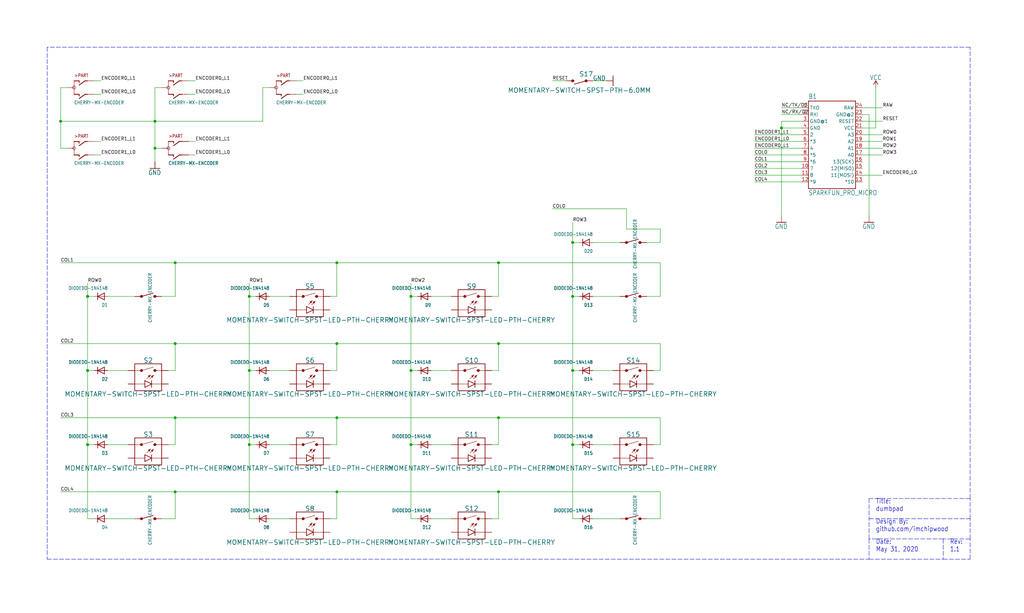
<source format=kicad_sch>
(kicad_sch (version 20210621) (generator eeschema)
  (paper "User" 386.08 231.14)
  (lib_symbols
    (symbol "dumbpad-eagle-import:CHERRY-MX-ENCODER"
      (property "Value" "CHERRY-MX-ENCODER" (at 6.35 0 90))
      (symbol "CHERRY-MX-ENCODER_1_0"
        (circle (center -2.54 0) (radius 0.127) (stroke (width 0.4064)))
        (circle (center 2.54 0) (radius 0.127) (stroke (width 0.4064)))
        (polyline (pts (xy -2.54 0) (xy 1.905 1.27)) (stroke (width 0.254)))
        (polyline (pts (xy 1.905 0) (xy 2.54 0)) (stroke (width 0.254)))
        (pin passive line (at -5.08 0 0) (length 2.54) (name "1") (number "D"))
        (pin passive line (at 5.08 0 180) (length 2.54) (name "2") (number "E"))
        (pin passive line (at -5.08 0 0) (length 2.54) (name "1") (number "S1"))
        (pin passive line (at 5.08 0 180) (length 2.54) (name "2") (number "S2"))
      )
      (symbol "CHERRY-MX-ENCODER_2_0"
        (circle (center 0 0) (radius 0.5679))
        (text ">PART" (at -3.81 0 900) (effects (font (size 1.27 1.0795)) (justify left bottom)))
        (polyline (pts (xy -2.54 0) (xy 2.54 0)) (stroke (width 0.1524)))
        (polyline (pts (xy -2.54 1.905) (xy -2.54 0)) (stroke (width 0.3048)))
        (polyline (pts (xy -2.54 4.1275) (xy -0.9525 1.905)) (stroke (width 0.3048)))
        (polyline (pts (xy -2.54 5.08) (xy -2.54 4.1275)) (stroke (width 0.3048)))
        (polyline (pts (xy -1.905 1.905) (xy -2.54 1.905)) (stroke (width 0.3048)))
        (polyline (pts (xy 2.54 1.905) (xy 2.54 0)) (stroke (width 0.3048)))
        (polyline (pts (xy 2.54 4.1275) (xy 4.1275 1.905)) (stroke (width 0.3048)))
        (polyline (pts (xy 2.54 5.08) (xy 2.54 4.1275)) (stroke (width 0.3048)))
        (polyline (pts (xy 3.175 1.905) (xy 2.54 1.905)) (stroke (width 0.3048)))
        (pin passive line (at -2.54 7.62 270) (length 2.54) (name "A") (number "A"))
        (pin passive line (at 2.54 7.62 270) (length 2.54) (name "B") (number "B"))
        (pin passive line (at 0 -2.54 90) (length 2.54) (name "C") (number "C"))
      )
    )
    (symbol "dumbpad-eagle-import:DIODEDO-1N4148"
      (property "Reference" "D" (at -2.54 2.54 0))
      (property "Value" "DIODEDO-1N4148" (at -2.54 -3.81 0))
      (symbol "DIODEDO-1N4148_1_0"
        (polyline (pts (xy -1.27 -1.27) (xy 1.27 0)) (stroke (width 0.254)))
        (polyline (pts (xy -1.27 1.27) (xy -1.27 -1.27)) (stroke (width 0.254)))
        (polyline (pts (xy 1.27 0) (xy -1.27 1.27)) (stroke (width 0.254)))
        (polyline (pts (xy 1.27 0) (xy 1.27 -1.27)) (stroke (width 0.254)))
        (polyline (pts (xy 1.27 1.27) (xy 1.27 0)) (stroke (width 0.254)))
        (pin passive line (at -2.54 0 0) (length 2.54) (name "A") (number "A"))
        (pin passive line (at 2.54 0 180) (length 2.54) (name "C") (number "C"))
      )
    )
    (symbol "dumbpad-eagle-import:GND" (power)
      (property "Value" "GND" (at -2.54 -2.54 0))
      (symbol "GND_1_0"
        (polyline (pts (xy -1.905 0) (xy 1.905 0)) (stroke (width 0.254)))
        (pin power_in line (at 0 2.54 270) (length 2.54) (name "GND") (number "1"))
      )
    )
    (symbol "dumbpad-eagle-import:MOMENTARY-SWITCH-SPST-LED-PTH-CHERRY"
      (property "Reference" "S" (at 0 5.334 0))
      (property "Value" "MOMENTARY-SWITCH-SPST-LED-PTH-CHERRY" (at 0 -5.334 0))
      (symbol "MOMENTARY-SWITCH-SPST-LED-PTH-CHERRY_1_0"
        (circle (center -2.54 2.54) (radius 0.127) (stroke (width 0.4064)))
        (circle (center 2.54 2.54) (radius 0.127) (stroke (width 0.4064)))
        (polyline (pts (xy -5.08 -5.08) (xy 5.08 -5.08)) (stroke (width 0.254)))
        (polyline (pts (xy -5.08 -2.54) (xy -5.08 -5.08)) (stroke (width 0.254)))
        (polyline (pts (xy -5.08 -2.54) (xy -1.27 -2.54)) (stroke (width 0.1524)))
        (polyline (pts (xy -5.08 2.54) (xy -5.08 -2.54)) (stroke (width 0.254)))
        (polyline (pts (xy -5.08 2.54) (xy -2.54 2.54)) (stroke (width 0.1524)))
        (polyline (pts (xy -5.08 5.08) (xy -5.08 2.54)) (stroke (width 0.254)))
        (polyline (pts (xy -2.54 2.54) (xy 1.905 3.81)) (stroke (width 0.1524)))
        (polyline (pts (xy -1.27 -3.81) (xy -1.27 -2.54)) (stroke (width 0.254)))
        (polyline (pts (xy -1.27 -3.81) (xy 1.27 -2.54)) (stroke (width 0.254)))
        (polyline (pts (xy -1.27 -2.54) (xy -1.27 -1.27)) (stroke (width 0.254)))
        (polyline (pts (xy -0.508 -0.508) (xy 0.889 0.889)) (stroke (width 0.1524)))
        (polyline (pts (xy 0.635 -0.635) (xy 2.032 0.762)) (stroke (width 0.1524)))
        (polyline (pts (xy 1.27 -3.81) (xy 1.27 -2.54)) (stroke (width 0.254)))
        (polyline (pts (xy 1.27 -2.54) (xy -1.27 -1.27)) (stroke (width 0.254)))
        (polyline (pts (xy 1.27 -2.54) (xy 1.27 -1.27)) (stroke (width 0.254)))
        (polyline (pts (xy 1.27 -2.54) (xy 5.08 -2.54)) (stroke (width 0.1524)))
        (polyline (pts (xy 1.905 2.54) (xy 5.08 2.54)) (stroke (width 0.1524)))
        (polyline (pts (xy 5.08 -5.08) (xy 5.08 -2.54)) (stroke (width 0.254)))
        (polyline (pts (xy 5.08 -2.54) (xy 5.08 2.54)) (stroke (width 0.254)))
        (polyline (pts (xy 5.08 2.54) (xy 5.08 5.08)) (stroke (width 0.254)))
        (polyline (pts (xy 5.08 5.08) (xy -5.08 5.08)) (stroke (width 0.254)))
        (polyline (pts (xy 0.889 0.889) (xy 0 0.508) (xy 0.508 0)) (fill (type outline)))
        (polyline (pts (xy 2.032 0.762) (xy 1.143 0.381) (xy 1.651 -0.127)) (fill (type outline)))
        (pin passive line (at -7.62 -2.54 0) (length 2.54) (name "A") (number "A"))
        (pin passive line (at 7.62 -2.54 180) (length 2.54) (name "C") (number "K"))
        (pin passive line (at -7.62 2.54 0) (length 2.54) (name "1") (number "S1"))
        (pin passive line (at 7.62 2.54 180) (length 2.54) (name "2") (number "S2"))
      )
    )
    (symbol "dumbpad-eagle-import:MOMENTARY-SWITCH-SPST-PTH-6.0MM"
      (property "Reference" "S" (at 0 1.524 0))
      (property "Value" "MOMENTARY-SWITCH-SPST-PTH-6.0MM" (at 0 -0.508 0))
      (symbol "MOMENTARY-SWITCH-SPST-PTH-6.0MM_1_0"
        (circle (center -2.54 0) (radius 0.127) (stroke (width 0.4064)))
        (circle (center 2.54 0) (radius 0.127) (stroke (width 0.4064)))
        (polyline (pts (xy -2.54 0) (xy 1.905 1.27)) (stroke (width 0.254)))
        (polyline (pts (xy 1.905 0) (xy 2.54 0)) (stroke (width 0.254)))
        (pin passive line (at -5.08 0 0) (length 2.54) (name "1") (number "1"))
        (pin passive line (at 5.08 0 180) (length 2.54) (name "2") (number "3"))
      )
    )
    (symbol "dumbpad-eagle-import:SPARKFUN_PRO_MICRO"
      (property "Reference" "B" (at -7.62 18.542 0))
      (property "Value" "SPARKFUN_PRO_MICRO" (at -7.62 -17.78 0))
      (symbol "SPARKFUN_PRO_MICRO_1_0"
        (polyline (pts (xy -7.62 -15.24) (xy 10.16 -15.24)) (stroke (width 0.254)))
        (polyline (pts (xy -7.62 17.78) (xy -7.62 -15.24)) (stroke (width 0.254)))
        (polyline (pts (xy 10.16 -15.24) (xy 10.16 17.78)) (stroke (width 0.254)))
        (polyline (pts (xy 10.16 17.78) (xy -7.62 17.78)) (stroke (width 0.254)))
        (pin bidirectional line (at -10.16 15.24 0) (length 2.54) (name "TXO") (number "1"))
        (pin bidirectional line (at -10.16 -7.62 0) (length 2.54) (name "7") (number "10"))
        (pin bidirectional line (at -10.16 -10.16 0) (length 2.54) (name "8") (number "11"))
        (pin bidirectional line (at -10.16 -12.7 0) (length 2.54) (name "*9") (number "12"))
        (pin bidirectional line (at 12.7 -12.7 180) (length 2.54) (name "*10") (number "13"))
        (pin bidirectional line (at 12.7 -10.16 180) (length 2.54) (name "11(MOSI)") (number "14"))
        (pin bidirectional line (at 12.7 -7.62 180) (length 2.54) (name "12(MISO)") (number "15"))
        (pin bidirectional line (at 12.7 -5.08 180) (length 2.54) (name "13(SCK)") (number "16"))
        (pin bidirectional line (at 12.7 -2.54 180) (length 2.54) (name "A0") (number "17"))
        (pin bidirectional line (at 12.7 0 180) (length 2.54) (name "A1") (number "18"))
        (pin bidirectional line (at 12.7 2.54 180) (length 2.54) (name "A2") (number "19"))
        (pin bidirectional line (at -10.16 12.7 0) (length 2.54) (name "RXI") (number "2"))
        (pin bidirectional line (at 12.7 5.08 180) (length 2.54) (name "A3") (number "20"))
        (pin power_in line (at 12.7 7.62 180) (length 2.54) (name "VCC") (number "21"))
        (pin bidirectional line (at 12.7 10.16 180) (length 2.54) (name "RESET") (number "22"))
        (pin power_in line (at 12.7 12.7 180) (length 2.54) (name "GND@2") (number "23"))
        (pin power_in line (at 12.7 15.24 180) (length 2.54) (name "RAW") (number "24"))
        (pin power_in line (at -10.16 10.16 0) (length 2.54) (name "GND@1") (number "3"))
        (pin power_in line (at -10.16 7.62 0) (length 2.54) (name "GND") (number "4"))
        (pin bidirectional line (at -10.16 5.08 0) (length 2.54) (name "2") (number "5"))
        (pin bidirectional line (at -10.16 2.54 0) (length 2.54) (name "*3") (number "6"))
        (pin bidirectional line (at -10.16 0 0) (length 2.54) (name "4") (number "7"))
        (pin bidirectional line (at -10.16 -2.54 0) (length 2.54) (name "*5") (number "8"))
        (pin bidirectional line (at -10.16 -5.08 0) (length 2.54) (name "*6") (number "9"))
      )
    )
    (symbol "dumbpad-eagle-import:VCC" (power)
      (property "Value" "VCC" (at 0 2.794 0))
      (symbol "VCC_1_0"
        (polyline (pts (xy 0 2.54) (xy -0.762 1.27)) (stroke (width 0.254)))
        (polyline (pts (xy 0.762 1.27) (xy 0 2.54)) (stroke (width 0.254)))
        (pin power_in line (at 0 0 90) (length 2.54) (name "VCC") (number "1"))
      )
    )
  )
  (junction (at 22.86 45.72))
  (junction (at 33.02 111.76))
  (junction (at 33.02 139.7))
  (junction (at 33.02 167.64))
  (junction (at 58.42 45.72))
  (junction (at 58.42 55.88))
  (junction (at 66.04 99.06))
  (junction (at 66.04 129.54))
  (junction (at 66.04 157.48))
  (junction (at 66.04 185.42))
  (junction (at 93.98 111.76))
  (junction (at 93.98 139.7))
  (junction (at 93.98 167.64))
  (junction (at 127 99.06))
  (junction (at 127 129.54))
  (junction (at 127 157.48))
  (junction (at 127 185.42))
  (junction (at 154.94 111.76))
  (junction (at 154.94 139.7))
  (junction (at 154.94 167.64))
  (junction (at 187.96 99.06))
  (junction (at 187.96 129.54))
  (junction (at 187.96 157.48))
  (junction (at 187.96 185.42))
  (junction (at 215.9 91.44))
  (junction (at 215.9 111.76))
  (junction (at 215.9 139.7))
  (junction (at 215.9 167.64))
  (junction (at 294.64 48.26))
  (wire (pts (xy 22.86 33.02) (xy 22.86 45.72)))
  (wire (pts (xy 22.86 45.72) (xy 22.86 55.88)))
  (wire (pts (xy 22.86 45.72) (xy 58.42 45.72)))
  (wire (pts (xy 22.86 55.88) (xy 25.4 55.88)))
  (wire (pts (xy 22.86 99.06) (xy 66.04 99.06)))
  (wire (pts (xy 22.86 129.54) (xy 66.04 129.54)))
  (wire (pts (xy 22.86 185.42) (xy 66.04 185.42)))
  (wire (pts (xy 25.4 33.02) (xy 22.86 33.02)))
  (wire (pts (xy 33.02 106.68) (xy 33.02 111.76)))
  (wire (pts (xy 33.02 139.7) (xy 33.02 111.76)))
  (wire (pts (xy 33.02 167.64) (xy 33.02 139.7)))
  (wire (pts (xy 33.02 195.58) (xy 33.02 167.64)))
  (wire (pts (xy 35.56 30.48) (xy 38.1 30.48)))
  (wire (pts (xy 35.56 35.56) (xy 38.1 35.56)))
  (wire (pts (xy 35.56 53.34) (xy 38.1 53.34)))
  (wire (pts (xy 35.56 58.42) (xy 38.1 58.42)))
  (wire (pts (xy 35.56 111.76) (xy 33.02 111.76)))
  (wire (pts (xy 35.56 139.7) (xy 33.02 139.7)))
  (wire (pts (xy 35.56 167.64) (xy 33.02 167.64)))
  (wire (pts (xy 35.56 195.58) (xy 33.02 195.58)))
  (wire (pts (xy 48.26 139.7) (xy 40.64 139.7)))
  (wire (pts (xy 48.26 167.64) (xy 40.64 167.64)))
  (wire (pts (xy 50.8 111.76) (xy 40.64 111.76)))
  (wire (pts (xy 50.8 195.58) (xy 40.64 195.58)))
  (wire (pts (xy 58.42 33.02) (xy 58.42 45.72)))
  (wire (pts (xy 58.42 45.72) (xy 58.42 55.88)))
  (wire (pts (xy 58.42 45.72) (xy 99.06 45.72)))
  (wire (pts (xy 58.42 55.88) (xy 58.42 60.96)))
  (wire (pts (xy 60.96 33.02) (xy 58.42 33.02)))
  (wire (pts (xy 60.96 55.88) (xy 58.42 55.88)))
  (wire (pts (xy 60.96 111.76) (xy 66.04 111.76)))
  (wire (pts (xy 60.96 195.58) (xy 66.04 195.58)))
  (wire (pts (xy 63.5 139.7) (xy 66.04 139.7)))
  (wire (pts (xy 63.5 167.64) (xy 66.04 167.64)))
  (wire (pts (xy 66.04 99.06) (xy 127 99.06)))
  (wire (pts (xy 66.04 111.76) (xy 66.04 99.06)))
  (wire (pts (xy 66.04 129.54) (xy 127 129.54)))
  (wire (pts (xy 66.04 139.7) (xy 66.04 129.54)))
  (wire (pts (xy 66.04 157.48) (xy 22.86 157.48)))
  (wire (pts (xy 66.04 167.64) (xy 66.04 157.48)))
  (wire (pts (xy 66.04 185.42) (xy 127 185.42)))
  (wire (pts (xy 66.04 195.58) (xy 66.04 185.42)))
  (wire (pts (xy 71.12 30.48) (xy 73.66 30.48)))
  (wire (pts (xy 71.12 35.56) (xy 73.66 35.56)))
  (wire (pts (xy 71.12 53.34) (xy 73.66 53.34)))
  (wire (pts (xy 71.12 58.42) (xy 73.66 58.42)))
  (wire (pts (xy 93.98 111.76) (xy 93.98 106.68)))
  (wire (pts (xy 93.98 139.7) (xy 93.98 111.76)))
  (wire (pts (xy 93.98 167.64) (xy 93.98 139.7)))
  (wire (pts (xy 93.98 195.58) (xy 93.98 167.64)))
  (wire (pts (xy 96.52 111.76) (xy 93.98 111.76)))
  (wire (pts (xy 96.52 139.7) (xy 93.98 139.7)))
  (wire (pts (xy 96.52 167.64) (xy 93.98 167.64)))
  (wire (pts (xy 96.52 195.58) (xy 93.98 195.58)))
  (wire (pts (xy 99.06 33.02) (xy 101.6 33.02)))
  (wire (pts (xy 99.06 45.72) (xy 99.06 33.02)))
  (wire (pts (xy 109.22 111.76) (xy 101.6 111.76)))
  (wire (pts (xy 109.22 139.7) (xy 101.6 139.7)))
  (wire (pts (xy 109.22 167.64) (xy 101.6 167.64)))
  (wire (pts (xy 109.22 195.58) (xy 101.6 195.58)))
  (wire (pts (xy 111.76 30.48) (xy 114.3 30.48)))
  (wire (pts (xy 111.76 35.56) (xy 114.3 35.56)))
  (wire (pts (xy 124.46 111.76) (xy 127 111.76)))
  (wire (pts (xy 124.46 139.7) (xy 127 139.7)))
  (wire (pts (xy 124.46 167.64) (xy 127 167.64)))
  (wire (pts (xy 124.46 195.58) (xy 127 195.58)))
  (wire (pts (xy 127 99.06) (xy 187.96 99.06)))
  (wire (pts (xy 127 111.76) (xy 127 99.06)))
  (wire (pts (xy 127 129.54) (xy 187.96 129.54)))
  (wire (pts (xy 127 139.7) (xy 127 129.54)))
  (wire (pts (xy 127 157.48) (xy 66.04 157.48)))
  (wire (pts (xy 127 167.64) (xy 127 157.48)))
  (wire (pts (xy 127 185.42) (xy 187.96 185.42)))
  (wire (pts (xy 127 195.58) (xy 127 185.42)))
  (wire (pts (xy 154.94 111.76) (xy 154.94 106.68)))
  (wire (pts (xy 154.94 139.7) (xy 154.94 111.76)))
  (wire (pts (xy 154.94 167.64) (xy 154.94 139.7)))
  (wire (pts (xy 154.94 195.58) (xy 154.94 167.64)))
  (wire (pts (xy 157.48 111.76) (xy 154.94 111.76)))
  (wire (pts (xy 157.48 139.7) (xy 154.94 139.7)))
  (wire (pts (xy 157.48 167.64) (xy 154.94 167.64)))
  (wire (pts (xy 157.48 195.58) (xy 154.94 195.58)))
  (wire (pts (xy 170.18 111.76) (xy 162.56 111.76)))
  (wire (pts (xy 170.18 139.7) (xy 162.56 139.7)))
  (wire (pts (xy 170.18 167.64) (xy 162.56 167.64)))
  (wire (pts (xy 170.18 195.58) (xy 162.56 195.58)))
  (wire (pts (xy 185.42 111.76) (xy 187.96 111.76)))
  (wire (pts (xy 185.42 139.7) (xy 187.96 139.7)))
  (wire (pts (xy 185.42 167.64) (xy 187.96 167.64)))
  (wire (pts (xy 185.42 195.58) (xy 187.96 195.58)))
  (wire (pts (xy 187.96 99.06) (xy 248.92 99.06)))
  (wire (pts (xy 187.96 111.76) (xy 187.96 99.06)))
  (wire (pts (xy 187.96 129.54) (xy 248.92 129.54)))
  (wire (pts (xy 187.96 139.7) (xy 187.96 129.54)))
  (wire (pts (xy 187.96 157.48) (xy 127 157.48)))
  (wire (pts (xy 187.96 167.64) (xy 187.96 157.48)))
  (wire (pts (xy 187.96 185.42) (xy 248.92 185.42)))
  (wire (pts (xy 187.96 195.58) (xy 187.96 185.42)))
  (wire (pts (xy 213.36 30.48) (xy 208.28 30.48)))
  (wire (pts (xy 215.9 91.44) (xy 215.9 83.82)))
  (wire (pts (xy 215.9 111.76) (xy 215.9 91.44)))
  (wire (pts (xy 215.9 139.7) (xy 215.9 111.76)))
  (wire (pts (xy 215.9 167.64) (xy 215.9 139.7)))
  (wire (pts (xy 215.9 195.58) (xy 215.9 167.64)))
  (wire (pts (xy 218.44 91.44) (xy 215.9 91.44)))
  (wire (pts (xy 218.44 111.76) (xy 215.9 111.76)))
  (wire (pts (xy 218.44 139.7) (xy 215.9 139.7)))
  (wire (pts (xy 218.44 167.64) (xy 215.9 167.64)))
  (wire (pts (xy 218.44 195.58) (xy 215.9 195.58)))
  (wire (pts (xy 223.52 30.48) (xy 228.6 30.48)))
  (wire (pts (xy 231.14 139.7) (xy 223.52 139.7)))
  (wire (pts (xy 231.14 167.64) (xy 223.52 167.64)))
  (wire (pts (xy 233.68 91.44) (xy 223.52 91.44)))
  (wire (pts (xy 233.68 111.76) (xy 223.52 111.76)))
  (wire (pts (xy 233.68 195.58) (xy 223.52 195.58)))
  (wire (pts (xy 236.22 78.74) (xy 208.28 78.74)))
  (wire (pts (xy 236.22 86.36) (xy 236.22 78.74)))
  (wire (pts (xy 243.84 91.44) (xy 248.92 91.44)))
  (wire (pts (xy 243.84 195.58) (xy 248.92 195.58)))
  (wire (pts (xy 246.38 167.64) (xy 248.92 167.64)))
  (wire (pts (xy 248.92 86.36) (xy 236.22 86.36)))
  (wire (pts (xy 248.92 91.44) (xy 248.92 86.36)))
  (wire (pts (xy 248.92 99.06) (xy 248.92 111.76)))
  (wire (pts (xy 248.92 111.76) (xy 243.84 111.76)))
  (wire (pts (xy 248.92 129.54) (xy 248.92 139.7)))
  (wire (pts (xy 248.92 139.7) (xy 246.38 139.7)))
  (wire (pts (xy 248.92 157.48) (xy 187.96 157.48)))
  (wire (pts (xy 248.92 167.64) (xy 248.92 157.48)))
  (wire (pts (xy 248.92 185.42) (xy 248.92 195.58)))
  (wire (pts (xy 294.64 45.72) (xy 294.64 48.26)))
  (wire (pts (xy 294.64 48.26) (xy 294.64 81.28)))
  (wire (pts (xy 302.26 40.64) (xy 294.64 40.64)))
  (wire (pts (xy 302.26 43.18) (xy 294.64 43.18)))
  (wire (pts (xy 302.26 45.72) (xy 294.64 45.72)))
  (wire (pts (xy 302.26 48.26) (xy 294.64 48.26)))
  (wire (pts (xy 302.26 50.8) (xy 284.48 50.8)))
  (wire (pts (xy 302.26 53.34) (xy 284.48 53.34)))
  (wire (pts (xy 302.26 55.88) (xy 284.48 55.88)))
  (wire (pts (xy 302.26 58.42) (xy 284.48 58.42)))
  (wire (pts (xy 302.26 60.96) (xy 284.48 60.96)))
  (wire (pts (xy 302.26 63.5) (xy 284.48 63.5)))
  (wire (pts (xy 302.26 66.04) (xy 284.48 66.04)))
  (wire (pts (xy 302.26 68.58) (xy 284.48 68.58)))
  (wire (pts (xy 325.12 40.64) (xy 332.74 40.64)))
  (wire (pts (xy 325.12 43.18) (xy 327.66 43.18)))
  (wire (pts (xy 325.12 45.72) (xy 332.74 45.72)))
  (wire (pts (xy 325.12 48.26) (xy 330.2 48.26)))
  (wire (pts (xy 325.12 50.8) (xy 332.74 50.8)))
  (wire (pts (xy 325.12 53.34) (xy 332.74 53.34)))
  (wire (pts (xy 325.12 55.88) (xy 332.74 55.88)))
  (wire (pts (xy 325.12 58.42) (xy 332.74 58.42)))
  (wire (pts (xy 325.12 66.04) (xy 332.74 66.04)))
  (wire (pts (xy 327.66 43.18) (xy 327.66 81.28)))
  (wire (pts (xy 330.2 48.26) (xy 330.2 33.02)))
  (polyline (pts (xy 17.78 17.78) (xy 17.78 210.82)))
  (polyline (pts (xy 17.78 210.82) (xy 327.66 210.82)))
  (polyline (pts (xy 327.66 187.96) (xy 327.66 195.58)))
  (polyline (pts (xy 327.66 195.58) (xy 365.76 195.58)))
  (polyline (pts (xy 327.66 203.2) (xy 327.66 195.58)))
  (polyline (pts (xy 327.66 203.2) (xy 327.66 210.82)))
  (polyline (pts (xy 327.66 210.82) (xy 355.6 210.82)))
  (polyline (pts (xy 355.6 203.2) (xy 327.66 203.2)))
  (polyline (pts (xy 355.6 203.2) (xy 355.6 210.82)))
  (polyline (pts (xy 355.6 210.82) (xy 365.76 210.82)))
  (polyline (pts (xy 365.76 17.78) (xy 17.78 17.78)))
  (polyline (pts (xy 365.76 187.96) (xy 327.66 187.96)))
  (polyline (pts (xy 365.76 187.96) (xy 365.76 17.78)))
  (polyline (pts (xy 365.76 195.58) (xy 365.76 187.96)))
  (polyline (pts (xy 365.76 203.2) (xy 355.6 203.2)))
  (polyline (pts (xy 365.76 203.2) (xy 365.76 195.58)))
  (polyline (pts (xy 365.76 210.82) (xy 365.76 203.2)))
  (text "Title:\ndumbpad" (at 330.2 193.04 180) (effects (font (size 1.778 1.5113)) (justify left bottom)))
  (text "Design By:\ngithub.com/imchipwood" (at 330.2 200.66 180) (effects (font (size 1.778 1.5113)) (justify left bottom)))
  (text "Date:\nMay 31, 2020" (at 330.2 208.28 180) (effects (font (size 1.778 1.5113)) (justify left bottom)))
  (text "Rev:\n1.1" (at 358.14 208.28 180) (effects (font (size 1.778 1.5113)) (justify left bottom)))
  (label "COL1" (at 22.86 99.06 0) (effects (font (size 1.2446 1.2446))))
  (label "COL2" (at 22.86 129.54 0) (effects (font (size 1.2446 1.2446))))
  (label "COL3" (at 22.86 157.48 0) (effects (font (size 1.2446 1.2446))))
  (label "COL4" (at 22.86 185.42 0) (effects (font (size 1.2446 1.2446))))
  (label "ROW0" (at 33.02 106.68 0) (effects (font (size 1.2446 1.2446))))
  (label "ENCODER0_L1" (at 38.1 30.48 0) (effects (font (size 1.2446 1.2446))))
  (label "ENCODER0_L0" (at 38.1 35.56 0) (effects (font (size 1.2446 1.2446))))
  (label "ENCODER1_L1" (at 38.1 53.34 0) (effects (font (size 1.2446 1.2446))))
  (label "ENCODER1_L0" (at 38.1 58.42 0) (effects (font (size 1.2446 1.2446))))
  (label "ENCODER0_L1" (at 73.66 30.48 0) (effects (font (size 1.2446 1.2446))))
  (label "ENCODER0_L0" (at 73.66 35.56 0) (effects (font (size 1.2446 1.2446))))
  (label "ENCODER1_L1" (at 73.66 53.34 0) (effects (font (size 1.2446 1.2446))))
  (label "ENCODER1_L0" (at 73.66 58.42 0) (effects (font (size 1.2446 1.2446))))
  (label "ROW1" (at 93.98 106.68 0) (effects (font (size 1.2446 1.2446))))
  (label "ENCODER0_L1" (at 114.3 30.48 0) (effects (font (size 1.2446 1.2446))))
  (label "ENCODER0_L0" (at 114.3 35.56 0) (effects (font (size 1.2446 1.2446))))
  (label "ROW2" (at 154.94 106.68 0) (effects (font (size 1.2446 1.2446))))
  (label "RESET" (at 208.28 30.48 0) (effects (font (size 1.2446 1.2446))))
  (label "COL0" (at 208.28 78.74 0) (effects (font (size 1.2446 1.2446))))
  (label "ROW3" (at 215.9 83.82 0) (effects (font (size 1.2446 1.2446))))
  (label "ENCODER1_L1" (at 284.48 50.8 0) (effects (font (size 1.2446 1.2446))))
  (label "ENCODER1_L0" (at 284.48 53.34 0) (effects (font (size 1.2446 1.2446))))
  (label "ENCODER0_L1" (at 284.48 55.88 0) (effects (font (size 1.2446 1.2446))))
  (label "COL0" (at 284.48 58.42 0) (effects (font (size 1.2446 1.2446))))
  (label "COL1" (at 284.48 60.96 0) (effects (font (size 1.2446 1.2446))))
  (label "COL2" (at 284.48 63.5 0) (effects (font (size 1.2446 1.2446))))
  (label "COL3" (at 284.48 66.04 0) (effects (font (size 1.2446 1.2446))))
  (label "COL4" (at 284.48 68.58 0) (effects (font (size 1.2446 1.2446))))
  (label "NC/TX/D3" (at 294.64 40.64 0) (effects (font (size 1.2446 1.2446))))
  (label "NC/RX/D2" (at 294.64 43.18 0) (effects (font (size 1.2446 1.2446))))
  (label "RAW" (at 332.74 40.64 0) (effects (font (size 1.2446 1.2446))))
  (label "RESET" (at 332.74 45.72 0) (effects (font (size 1.2446 1.2446))))
  (label "ROW0" (at 332.74 50.8 0) (effects (font (size 1.2446 1.2446))))
  (label "ROW1" (at 332.74 53.34 0) (effects (font (size 1.2446 1.2446))))
  (label "ROW2" (at 332.74 55.88 0) (effects (font (size 1.2446 1.2446))))
  (label "ROW3" (at 332.74 58.42 0) (effects (font (size 1.2446 1.2446))))
  (label "ENCODER0_L0" (at 332.74 66.04 0) (effects (font (size 1.2446 1.2446))))
  (symbol (lib_id "dumbpad-eagle-import:VCC") (at 330.2 33.02 0) (unit 1)
    (property "Reference" "#SUPPLY02" (effects hide))
    (property "Value" "VCC" (at 330.2 30.226 0) (effects (font (size 1.778 1.5113)) (justify bottom)))
  )
  (symbol (lib_id "dumbpad-eagle-import:GND") (at 58.42 63.5 0) (unit 1)
    (property "Reference" "#GND06" (effects hide))
    (property "Value" "GND" (at 55.88 66.04 0) (effects (font (size 1.778 1.5113)) (justify left bottom)))
  )
  (symbol (lib_id "dumbpad-eagle-import:GND") (at 231.14 30.48 90) (unit 1)
    (property "Reference" "#GND04" (effects hide))
    (property "Value" "GND" (at 223.52 30.48 90) (effects (font (size 1.778 1.5113)) (justify right top)))
  )
  (symbol (lib_id "dumbpad-eagle-import:GND") (at 294.64 83.82 0) (unit 1)
    (property "Reference" "#GND03" (effects hide))
    (property "Value" "GND" (at 292.1 86.36 0) (effects (font (size 1.778 1.5113)) (justify left bottom)))
  )
  (symbol (lib_id "dumbpad-eagle-import:GND") (at 327.66 83.82 0) (unit 1)
    (property "Reference" "#GND07" (effects hide))
    (property "Value" "GND" (at 325.12 86.36 0) (effects (font (size 1.778 1.5113)) (justify left bottom)))
  )
  (symbol (lib_id "dumbpad-eagle-import:DIODEDO-1N4148") (at 38.1 111.76 180) (unit 1)
    (property "Reference" "D1" (at 40.64 114.3 0) (effects (font (size 1.27 1.0795)) (justify left bottom)))
    (property "Value" "DIODEDO-1N4148" (at 40.64 107.95 0) (effects (font (size 1.27 1.0795)) (justify left bottom)))
    (property "Footprint" "dumbpad:DO-1N4148" (effects hide))
  )
  (symbol (lib_id "dumbpad-eagle-import:DIODEDO-1N4148") (at 38.1 139.7 180) (unit 1)
    (property "Reference" "D2" (at 40.64 142.24 0) (effects (font (size 1.27 1.0795)) (justify left bottom)))
    (property "Value" "DIODEDO-1N4148" (at 40.64 135.89 0) (effects (font (size 1.27 1.0795)) (justify left bottom)))
    (property "Footprint" "dumbpad:DO-1N4148" (effects hide))
  )
  (symbol (lib_id "dumbpad-eagle-import:DIODEDO-1N4148") (at 38.1 167.64 180) (unit 1)
    (property "Reference" "D3" (at 40.64 170.18 0) (effects (font (size 1.27 1.0795)) (justify left bottom)))
    (property "Value" "DIODEDO-1N4148" (at 40.64 163.83 0) (effects (font (size 1.27 1.0795)) (justify left bottom)))
    (property "Footprint" "dumbpad:DO-1N4148" (effects hide))
  )
  (symbol (lib_id "dumbpad-eagle-import:DIODEDO-1N4148") (at 38.1 195.58 180) (unit 1)
    (property "Reference" "D4" (at 40.64 198.12 0) (effects (font (size 1.27 1.0795)) (justify left bottom)))
    (property "Value" "DIODEDO-1N4148" (at 40.64 191.77 0) (effects (font (size 1.27 1.0795)) (justify left bottom)))
    (property "Footprint" "dumbpad:DO-1N4148" (effects hide))
  )
  (symbol (lib_id "dumbpad-eagle-import:DIODEDO-1N4148") (at 99.06 111.76 180) (unit 1)
    (property "Reference" "D5" (at 101.6 114.3 0) (effects (font (size 1.27 1.0795)) (justify left bottom)))
    (property "Value" "DIODEDO-1N4148" (at 101.6 107.95 0) (effects (font (size 1.27 1.0795)) (justify left bottom)))
    (property "Footprint" "dumbpad:DO-1N4148" (effects hide))
  )
  (symbol (lib_id "dumbpad-eagle-import:DIODEDO-1N4148") (at 99.06 139.7 180) (unit 1)
    (property "Reference" "D6" (at 101.6 142.24 0) (effects (font (size 1.27 1.0795)) (justify left bottom)))
    (property "Value" "DIODEDO-1N4148" (at 101.6 135.89 0) (effects (font (size 1.27 1.0795)) (justify left bottom)))
    (property "Footprint" "dumbpad:DO-1N4148" (effects hide))
  )
  (symbol (lib_id "dumbpad-eagle-import:DIODEDO-1N4148") (at 99.06 167.64 180) (unit 1)
    (property "Reference" "D7" (at 101.6 170.18 0) (effects (font (size 1.27 1.0795)) (justify left bottom)))
    (property "Value" "DIODEDO-1N4148" (at 101.6 163.83 0) (effects (font (size 1.27 1.0795)) (justify left bottom)))
    (property "Footprint" "dumbpad:DO-1N4148" (effects hide))
  )
  (symbol (lib_id "dumbpad-eagle-import:DIODEDO-1N4148") (at 99.06 195.58 180) (unit 1)
    (property "Reference" "D8" (at 101.6 198.12 0) (effects (font (size 1.27 1.0795)) (justify left bottom)))
    (property "Value" "DIODEDO-1N4148" (at 101.6 191.77 0) (effects (font (size 1.27 1.0795)) (justify left bottom)))
    (property "Footprint" "dumbpad:DO-1N4148" (effects hide))
  )
  (symbol (lib_id "dumbpad-eagle-import:DIODEDO-1N4148") (at 160.02 111.76 180) (unit 1)
    (property "Reference" "D9" (at 162.56 114.3 0) (effects (font (size 1.27 1.0795)) (justify left bottom)))
    (property "Value" "DIODEDO-1N4148" (at 162.56 107.95 0) (effects (font (size 1.27 1.0795)) (justify left bottom)))
    (property "Footprint" "dumbpad:DO-1N4148" (effects hide))
  )
  (symbol (lib_id "dumbpad-eagle-import:DIODEDO-1N4148") (at 160.02 139.7 180) (unit 1)
    (property "Reference" "D10" (at 162.56 142.24 0) (effects (font (size 1.27 1.0795)) (justify left bottom)))
    (property "Value" "DIODEDO-1N4148" (at 162.56 135.89 0) (effects (font (size 1.27 1.0795)) (justify left bottom)))
    (property "Footprint" "dumbpad:DO-1N4148" (effects hide))
  )
  (symbol (lib_id "dumbpad-eagle-import:DIODEDO-1N4148") (at 160.02 167.64 180) (unit 1)
    (property "Reference" "D11" (at 162.56 170.18 0) (effects (font (size 1.27 1.0795)) (justify left bottom)))
    (property "Value" "DIODEDO-1N4148" (at 162.56 163.83 0) (effects (font (size 1.27 1.0795)) (justify left bottom)))
    (property "Footprint" "dumbpad:DO-1N4148" (effects hide))
  )
  (symbol (lib_id "dumbpad-eagle-import:DIODEDO-1N4148") (at 160.02 195.58 180) (unit 1)
    (property "Reference" "D12" (at 162.56 198.12 0) (effects (font (size 1.27 1.0795)) (justify left bottom)))
    (property "Value" "DIODEDO-1N4148" (at 162.56 191.77 0) (effects (font (size 1.27 1.0795)) (justify left bottom)))
    (property "Footprint" "dumbpad:DO-1N4148" (effects hide))
  )
  (symbol (lib_id "dumbpad-eagle-import:DIODEDO-1N4148") (at 220.98 91.44 180) (unit 1)
    (property "Reference" "D20" (at 223.52 93.98 0) (effects (font (size 1.27 1.0795)) (justify left bottom)))
    (property "Value" "DIODEDO-1N4148" (at 223.52 87.63 0) (effects (font (size 1.27 1.0795)) (justify left bottom)))
    (property "Footprint" "dumbpad:DO-1N4148" (effects hide))
  )
  (symbol (lib_id "dumbpad-eagle-import:DIODEDO-1N4148") (at 220.98 111.76 180) (unit 1)
    (property "Reference" "D13" (at 223.52 114.3 0) (effects (font (size 1.27 1.0795)) (justify left bottom)))
    (property "Value" "DIODEDO-1N4148" (at 223.52 107.95 0) (effects (font (size 1.27 1.0795)) (justify left bottom)))
    (property "Footprint" "dumbpad:DO-1N4148" (effects hide))
  )
  (symbol (lib_id "dumbpad-eagle-import:DIODEDO-1N4148") (at 220.98 139.7 180) (unit 1)
    (property "Reference" "D14" (at 223.52 142.24 0) (effects (font (size 1.27 1.0795)) (justify left bottom)))
    (property "Value" "DIODEDO-1N4148" (at 223.52 135.89 0) (effects (font (size 1.27 1.0795)) (justify left bottom)))
    (property "Footprint" "dumbpad:DO-1N4148" (effects hide))
  )
  (symbol (lib_id "dumbpad-eagle-import:DIODEDO-1N4148") (at 220.98 167.64 180) (unit 1)
    (property "Reference" "D15" (at 223.52 170.18 0) (effects (font (size 1.27 1.0795)) (justify left bottom)))
    (property "Value" "DIODEDO-1N4148" (at 223.52 163.83 0) (effects (font (size 1.27 1.0795)) (justify left bottom)))
    (property "Footprint" "dumbpad:DO-1N4148" (effects hide))
  )
  (symbol (lib_id "dumbpad-eagle-import:DIODEDO-1N4148") (at 220.98 195.58 180) (unit 1)
    (property "Reference" "D16" (at 223.52 198.12 0) (effects (font (size 1.27 1.0795)) (justify left bottom)))
    (property "Value" "DIODEDO-1N4148" (at 223.52 191.77 0) (effects (font (size 1.27 1.0795)) (justify left bottom)))
    (property "Footprint" "dumbpad:DO-1N4148" (effects hide))
  )
  (symbol (lib_id "dumbpad-eagle-import:CHERRY-MX-ENCODER") (at 55.88 111.76 0) (unit 1)
    (property "Reference" "RE_0_1" (effects hide))
    (property "Value" "CHERRY-MX-ENCODER" (at 55.88 112.268 90) (effects (font (size 1.27 1.0795)) (justify top)))
    (property "Footprint" "dumbpad:CHERRY-MX-ENCODER" (effects hide))
  )
  (symbol (lib_id "dumbpad-eagle-import:CHERRY-MX-ENCODER") (at 55.88 195.58 0) (unit 1)
    (property "Reference" "RE_0_4" (effects hide))
    (property "Value" "CHERRY-MX-ENCODER" (at 55.88 196.088 90) (effects (font (size 1.27 1.0795)) (justify top)))
    (property "Footprint" "dumbpad:CHERRY-MX-ENCODER" (effects hide))
  )
  (symbol (lib_id "dumbpad-eagle-import:MOMENTARY-SWITCH-SPST-PTH-6.0MM") (at 218.44 30.48 180) (unit 1)
    (property "Reference" "S17" (at 220.98 26.924 0) (effects (font (size 1.778 1.778)) (justify bottom)))
    (property "Value" "MOMENTARY-SWITCH-SPST-PTH-6.0MM" (at 218.44 35.052 0) (effects (font (size 1.778 1.778)) (justify top)))
    (property "Footprint" "dumbpad:TACTILE_SWITCH_PTH_6.0MM" (effects hide))
  )
  (symbol (lib_id "dumbpad-eagle-import:CHERRY-MX-ENCODER") (at 238.76 91.44 0) (unit 1)
    (property "Reference" "RE_3_0" (effects hide))
    (property "Value" "CHERRY-MX-ENCODER" (at 238.76 91.948 90) (effects (font (size 1.27 1.0795)) (justify top)))
    (property "Footprint" "dumbpad:CHERRY-MX-ENCODER" (effects hide))
  )
  (symbol (lib_id "dumbpad-eagle-import:CHERRY-MX-ENCODER") (at 238.76 111.76 0) (unit 1)
    (property "Reference" "RE_3_1" (effects hide))
    (property "Value" "CHERRY-MX-ENCODER" (at 238.76 112.268 90) (effects (font (size 1.27 1.0795)) (justify top)))
    (property "Footprint" "dumbpad:CHERRY-MX-ENCODER" (effects hide))
  )
  (symbol (lib_id "dumbpad-eagle-import:CHERRY-MX-ENCODER") (at 238.76 195.58 0) (unit 1)
    (property "Reference" "RE_3_4" (effects hide))
    (property "Value" "CHERRY-MX-ENCODER" (at 238.76 196.088 90) (effects (font (size 1.27 1.0795)) (justify top)))
    (property "Footprint" "dumbpad:CHERRY-MX-ENCODER" (effects hide))
  )
  (symbol (lib_id "dumbpad-eagle-import:CHERRY-MX-ENCODER") (at 27.94 33.02 270) (unit 2)
    (property "Reference" "RE_3_1" (effects hide))
    (property "Value" "CHERRY-MX-ENCODER" (at 27.94 39.37 90) (effects (font (size 1.27 1.0795)) (justify left bottom)))
    (property "Footprint" "dumbpad:CHERRY-MX-ENCODER" (effects hide))
  )
  (symbol (lib_id "dumbpad-eagle-import:CHERRY-MX-ENCODER") (at 27.94 55.88 270) (unit 2)
    (property "Reference" "RE_3_4" (effects hide))
    (property "Value" "CHERRY-MX-ENCODER" (at 27.94 62.23 90) (effects (font (size 1.27 1.0795)) (justify left bottom)))
    (property "Footprint" "dumbpad:CHERRY-MX-ENCODER" (effects hide))
  )
  (symbol (lib_id "dumbpad-eagle-import:CHERRY-MX-ENCODER") (at 63.5 33.02 270) (unit 2)
    (property "Reference" "RE_0_1" (effects hide))
    (property "Value" "CHERRY-MX-ENCODER" (at 63.5 39.37 90) (effects (font (size 1.27 1.0795)) (justify left bottom)))
    (property "Footprint" "dumbpad:CHERRY-MX-ENCODER" (effects hide))
  )
  (symbol (lib_id "dumbpad-eagle-import:CHERRY-MX-ENCODER") (at 63.5 55.88 270) (unit 2)
    (property "Reference" "RE_0_4" (effects hide))
    (property "Value" "CHERRY-MX-ENCODER" (at 63.5 62.23 90) (effects (font (size 1.27 1.0795)) (justify left bottom)))
    (property "Footprint" "dumbpad:CHERRY-MX-ENCODER" (effects hide))
  )
  (symbol (lib_id "dumbpad-eagle-import:CHERRY-MX-ENCODER") (at 104.14 33.02 270) (unit 2)
    (property "Reference" "RE_3_0" (effects hide))
    (property "Value" "CHERRY-MX-ENCODER" (at 104.14 39.37 90) (effects (font (size 1.27 1.0795)) (justify left bottom)))
    (property "Footprint" "dumbpad:CHERRY-MX-ENCODER" (effects hide))
  )
  (symbol (lib_id "dumbpad-eagle-import:MOMENTARY-SWITCH-SPST-LED-PTH-CHERRY") (at 55.88 142.24 0) (unit 1)
    (property "Reference" "S2" (at 55.88 136.906 0) (effects (font (size 1.778 1.778)) (justify bottom)))
    (property "Value" "MOMENTARY-SWITCH-SPST-LED-PTH-CHERRY" (at 55.88 147.574 0) (effects (font (size 1.778 1.778)) (justify top)))
    (property "Footprint" "dumbpad:CHERRY-MX-LED" (effects hide))
  )
  (symbol (lib_id "dumbpad-eagle-import:MOMENTARY-SWITCH-SPST-LED-PTH-CHERRY") (at 55.88 170.18 0) (unit 1)
    (property "Reference" "S3" (at 55.88 164.846 0) (effects (font (size 1.778 1.778)) (justify bottom)))
    (property "Value" "MOMENTARY-SWITCH-SPST-LED-PTH-CHERRY" (at 55.88 175.514 0) (effects (font (size 1.778 1.778)) (justify top)))
    (property "Footprint" "dumbpad:CHERRY-MX-LED" (effects hide))
  )
  (symbol (lib_id "dumbpad-eagle-import:MOMENTARY-SWITCH-SPST-LED-PTH-CHERRY") (at 116.84 114.3 0) (unit 1)
    (property "Reference" "S5" (at 116.84 108.966 0) (effects (font (size 1.778 1.778)) (justify bottom)))
    (property "Value" "MOMENTARY-SWITCH-SPST-LED-PTH-CHERRY" (at 116.84 119.634 0) (effects (font (size 1.778 1.778)) (justify top)))
    (property "Footprint" "dumbpad:CHERRY-MX-LED" (effects hide))
  )
  (symbol (lib_id "dumbpad-eagle-import:MOMENTARY-SWITCH-SPST-LED-PTH-CHERRY") (at 116.84 142.24 0) (unit 1)
    (property "Reference" "S6" (at 116.84 136.906 0) (effects (font (size 1.778 1.778)) (justify bottom)))
    (property "Value" "MOMENTARY-SWITCH-SPST-LED-PTH-CHERRY" (at 116.84 147.574 0) (effects (font (size 1.778 1.778)) (justify top)))
    (property "Footprint" "dumbpad:CHERRY-MX-LED" (effects hide))
  )
  (symbol (lib_id "dumbpad-eagle-import:MOMENTARY-SWITCH-SPST-LED-PTH-CHERRY") (at 116.84 170.18 0) (unit 1)
    (property "Reference" "S7" (at 116.84 164.846 0) (effects (font (size 1.778 1.778)) (justify bottom)))
    (property "Value" "MOMENTARY-SWITCH-SPST-LED-PTH-CHERRY" (at 116.84 175.514 0) (effects (font (size 1.778 1.778)) (justify top)))
    (property "Footprint" "dumbpad:CHERRY-MX-LED" (effects hide))
  )
  (symbol (lib_id "dumbpad-eagle-import:MOMENTARY-SWITCH-SPST-LED-PTH-CHERRY") (at 116.84 198.12 0) (unit 1)
    (property "Reference" "S8" (at 116.84 192.786 0) (effects (font (size 1.778 1.778)) (justify bottom)))
    (property "Value" "MOMENTARY-SWITCH-SPST-LED-PTH-CHERRY" (at 116.84 203.454 0) (effects (font (size 1.778 1.778)) (justify top)))
    (property "Footprint" "dumbpad:CHERRY-MX-LED" (effects hide))
  )
  (symbol (lib_id "dumbpad-eagle-import:MOMENTARY-SWITCH-SPST-LED-PTH-CHERRY") (at 177.8 114.3 0) (unit 1)
    (property "Reference" "S9" (at 177.8 108.966 0) (effects (font (size 1.778 1.778)) (justify bottom)))
    (property "Value" "MOMENTARY-SWITCH-SPST-LED-PTH-CHERRY" (at 177.8 119.634 0) (effects (font (size 1.778 1.778)) (justify top)))
    (property "Footprint" "dumbpad:CHERRY-MX-LED" (effects hide))
  )
  (symbol (lib_id "dumbpad-eagle-import:MOMENTARY-SWITCH-SPST-LED-PTH-CHERRY") (at 177.8 142.24 0) (unit 1)
    (property "Reference" "S10" (at 177.8 136.906 0) (effects (font (size 1.778 1.778)) (justify bottom)))
    (property "Value" "MOMENTARY-SWITCH-SPST-LED-PTH-CHERRY" (at 177.8 147.574 0) (effects (font (size 1.778 1.778)) (justify top)))
    (property "Footprint" "dumbpad:CHERRY-MX-LED" (effects hide))
  )
  (symbol (lib_id "dumbpad-eagle-import:MOMENTARY-SWITCH-SPST-LED-PTH-CHERRY") (at 177.8 170.18 0) (unit 1)
    (property "Reference" "S11" (at 177.8 164.846 0) (effects (font (size 1.778 1.778)) (justify bottom)))
    (property "Value" "MOMENTARY-SWITCH-SPST-LED-PTH-CHERRY" (at 177.8 175.514 0) (effects (font (size 1.778 1.778)) (justify top)))
    (property "Footprint" "dumbpad:CHERRY-MX-LED" (effects hide))
  )
  (symbol (lib_id "dumbpad-eagle-import:MOMENTARY-SWITCH-SPST-LED-PTH-CHERRY") (at 177.8 198.12 0) (unit 1)
    (property "Reference" "S12" (at 177.8 192.786 0) (effects (font (size 1.778 1.778)) (justify bottom)))
    (property "Value" "MOMENTARY-SWITCH-SPST-LED-PTH-CHERRY" (at 177.8 203.454 0) (effects (font (size 1.778 1.778)) (justify top)))
    (property "Footprint" "dumbpad:CHERRY-MX-LED" (effects hide))
  )
  (symbol (lib_id "dumbpad-eagle-import:MOMENTARY-SWITCH-SPST-LED-PTH-CHERRY") (at 238.76 142.24 0) (unit 1)
    (property "Reference" "S14" (at 238.76 136.906 0) (effects (font (size 1.778 1.778)) (justify bottom)))
    (property "Value" "MOMENTARY-SWITCH-SPST-LED-PTH-CHERRY" (at 238.76 147.574 0) (effects (font (size 1.778 1.778)) (justify top)))
    (property "Footprint" "dumbpad:CHERRY-MX-LED" (effects hide))
  )
  (symbol (lib_id "dumbpad-eagle-import:MOMENTARY-SWITCH-SPST-LED-PTH-CHERRY") (at 238.76 170.18 0) (unit 1)
    (property "Reference" "S15" (at 238.76 164.846 0) (effects (font (size 1.778 1.778)) (justify bottom)))
    (property "Value" "MOMENTARY-SWITCH-SPST-LED-PTH-CHERRY" (at 238.76 175.514 0) (effects (font (size 1.778 1.778)) (justify top)))
    (property "Footprint" "dumbpad:CHERRY-MX-LED" (effects hide))
  )
  (symbol (lib_id "dumbpad-eagle-import:SPARKFUN_PRO_MICRO") (at 312.42 55.88 0) (unit 1)
    (property "Reference" "B1" (at 304.8 37.338 0) (effects (font (size 1.778 1.5113)) (justify left bottom)))
    (property "Value" "SPARKFUN_PRO_MICRO" (at 304.8 73.66 0) (effects (font (size 1.778 1.5113)) (justify left bottom)))
    (property "Footprint" "dumbpad:SPARKFUN_PRO_MICRO" (effects hide))
  )
)
</source>
